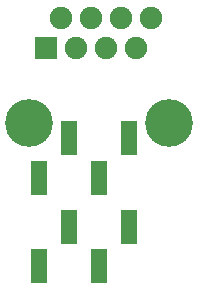
<source format=gbs>
G04 #@! TF.FileFunction,Soldermask,Bot*
%FSLAX46Y46*%
G04 Gerber Fmt 4.6, Leading zero omitted, Abs format (unit mm)*
G04 Created by KiCad (PCBNEW 4.0.7-e2-6376~58~ubuntu16.04.1) date Sat Jan 13 09:53:06 2018*
%MOMM*%
%LPD*%
G01*
G04 APERTURE LIST*
%ADD10C,0.100000*%
%ADD11C,4.050000*%
%ADD12R,1.900000X1.900000*%
%ADD13C,1.900000*%
%ADD14R,1.400000X2.910000*%
G04 APERTURE END LIST*
D10*
D11*
X172305000Y-104140000D03*
X160435000Y-104140000D03*
D12*
X161925000Y-97790000D03*
D13*
X163195000Y-95250000D03*
X164465000Y-97790000D03*
X165735000Y-95250000D03*
X167005000Y-97790000D03*
X168275000Y-95250000D03*
X169545000Y-97790000D03*
X170815000Y-95250000D03*
D14*
X163830000Y-112895000D03*
X168910000Y-112895000D03*
X161290000Y-116205000D03*
X166370000Y-116205000D03*
X163830000Y-105410000D03*
X168910000Y-105410000D03*
X161290000Y-108720000D03*
X166370000Y-108720000D03*
M02*

</source>
